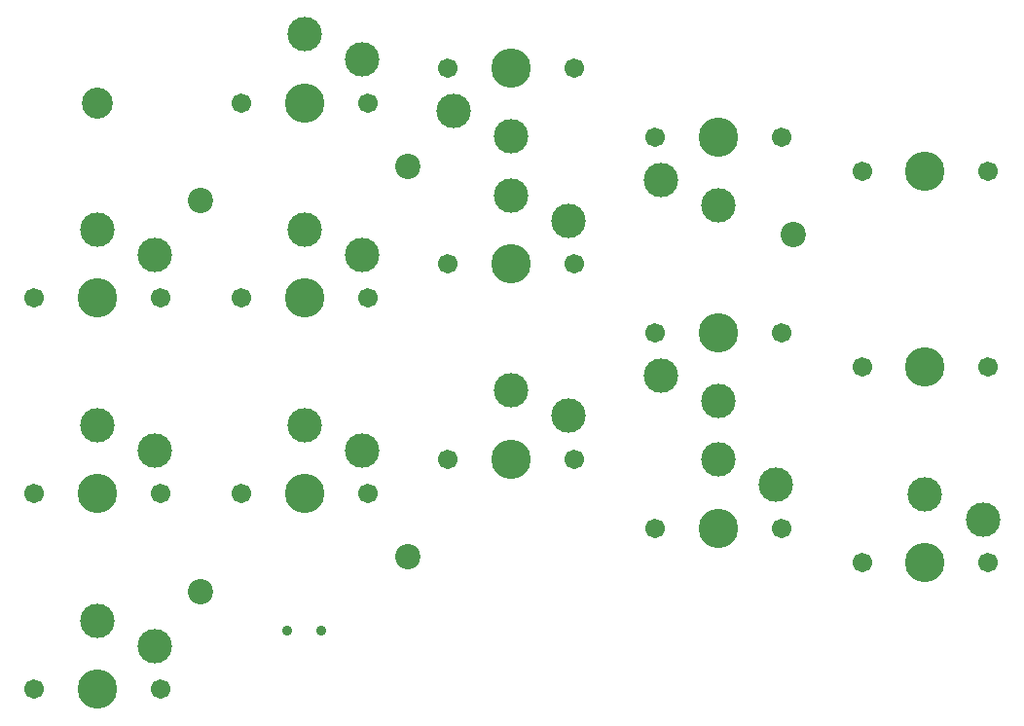
<source format=gbr>
%TF.GenerationSoftware,KiCad,Pcbnew,(7.0.0-0)*%
%TF.CreationDate,2023-06-08T17:12:33+08:00*%
%TF.ProjectId,left,6c656674-2e6b-4696-9361-645f70636258,v1.0.0*%
%TF.SameCoordinates,Original*%
%TF.FileFunction,NonPlated,1,2,NPTH,Drill*%
%TF.FilePolarity,Positive*%
%FSLAX46Y46*%
G04 Gerber Fmt 4.6, Leading zero omitted, Abs format (unit mm)*
G04 Created by KiCad (PCBNEW (7.0.0-0)) date 2023-06-08 17:12:33*
%MOMM*%
%LPD*%
G01*
G04 APERTURE LIST*
%TA.AperFunction,ComponentDrill*%
%ADD10C,0.900000*%
%TD*%
%TA.AperFunction,ComponentDrill*%
%ADD11C,1.701800*%
%TD*%
%TA.AperFunction,ComponentDrill*%
%ADD12C,2.200000*%
%TD*%
%TA.AperFunction,ComponentDrill*%
%ADD13C,2.700000*%
%TD*%
%TA.AperFunction,ComponentDrill*%
%ADD14C,3.000000*%
%TD*%
%TA.AperFunction,ComponentDrill*%
%ADD15C,3.429000*%
%TD*%
G04 APERTURE END LIST*
D10*
%TO.C,SS1*%
X16500000Y5070000D03*
X19500000Y5070000D03*
D11*
%TO.C,S3*%
X-5500000Y34000000D03*
%TO.C,S4*%
X-5500000Y17000000D03*
%TO.C,S5*%
X-5500000Y0D03*
%TO.C,S3*%
X5500000Y34000000D03*
%TO.C,S4*%
X5500000Y17000000D03*
%TO.C,S5*%
X5500000Y0D03*
%TO.C,S6*%
X12500000Y51000000D03*
%TO.C,S7*%
X12500000Y34000000D03*
%TO.C,S8*%
X12500000Y17000000D03*
%TO.C,S6*%
X23500000Y51000000D03*
%TO.C,S7*%
X23500000Y34000000D03*
%TO.C,S8*%
X23500000Y17000000D03*
%TO.C,S9*%
X30500000Y54000000D03*
%TO.C,S10*%
X30500000Y37000000D03*
%TO.C,S11*%
X30500000Y20000000D03*
%TO.C,S9*%
X41500000Y54000000D03*
%TO.C,S10*%
X41500000Y37000000D03*
%TO.C,S11*%
X41500000Y20000000D03*
%TO.C,S12*%
X48500000Y48000000D03*
%TO.C,S13*%
X48500000Y31000000D03*
%TO.C,S14*%
X48500000Y14000000D03*
%TO.C,S12*%
X59500000Y48000000D03*
%TO.C,S13*%
X59500000Y31000000D03*
%TO.C,S14*%
X59500000Y14000000D03*
%TO.C,S1*%
X66500000Y45000000D03*
%TO.C,S2*%
X66500000Y28000000D03*
%TO.C,S15*%
X66500000Y11000000D03*
%TO.C,S1*%
X77500000Y45000000D03*
%TO.C,S2*%
X77500000Y28000000D03*
%TO.C,S15*%
X77500000Y11000000D03*
D12*
%TO.C,H4*%
X9000000Y42500000D03*
%TO.C,H5*%
X9000000Y8500000D03*
%TO.C,H2*%
X27000000Y45500000D03*
%TO.C,H3*%
X27000000Y11500000D03*
%TO.C,H1*%
X60500000Y39500000D03*
D13*
%TO.C,ROT1*%
X0Y51000000D03*
D14*
%TO.C,S3*%
X0Y39950000D03*
%TO.C,S4*%
X0Y22950000D03*
%TO.C,S5*%
X0Y5950000D03*
%TO.C,S3*%
X5000000Y37750000D03*
%TO.C,S4*%
X5000000Y20750000D03*
%TO.C,S5*%
X5000000Y3750000D03*
%TO.C,S6*%
X18000000Y56950000D03*
%TO.C,S7*%
X18000000Y39950000D03*
%TO.C,S8*%
X18000000Y22950000D03*
%TO.C,S6*%
X23000000Y54750000D03*
%TO.C,S7*%
X23000000Y37750000D03*
%TO.C,S8*%
X23000000Y20750000D03*
%TO.C,S9*%
X31000000Y50250000D03*
X36000000Y48050000D03*
%TO.C,S10*%
X36000000Y42950000D03*
%TO.C,S11*%
X36000000Y25950000D03*
%TO.C,S10*%
X41000000Y40750000D03*
%TO.C,S11*%
X41000000Y23750000D03*
%TO.C,S12*%
X49000000Y44250000D03*
%TO.C,S13*%
X49000000Y27250000D03*
%TO.C,S12*%
X54000000Y42050000D03*
%TO.C,S13*%
X54000000Y25050000D03*
%TO.C,S14*%
X54000000Y19950000D03*
X59000000Y17750000D03*
%TO.C,S15*%
X72000000Y16950000D03*
X77000000Y14750000D03*
D15*
%TO.C,S3*%
X0Y34000000D03*
%TO.C,S4*%
X0Y17000000D03*
%TO.C,S5*%
X0Y0D03*
%TO.C,S6*%
X18000000Y51000000D03*
%TO.C,S7*%
X18000000Y34000000D03*
%TO.C,S8*%
X18000000Y17000000D03*
%TO.C,S9*%
X36000000Y54000000D03*
%TO.C,S10*%
X36000000Y37000000D03*
%TO.C,S11*%
X36000000Y20000000D03*
%TO.C,S12*%
X54000000Y48000000D03*
%TO.C,S13*%
X54000000Y31000000D03*
%TO.C,S14*%
X54000000Y14000000D03*
%TO.C,S1*%
X72000000Y45000000D03*
%TO.C,S2*%
X72000000Y28000000D03*
%TO.C,S15*%
X72000000Y11000000D03*
M02*

</source>
